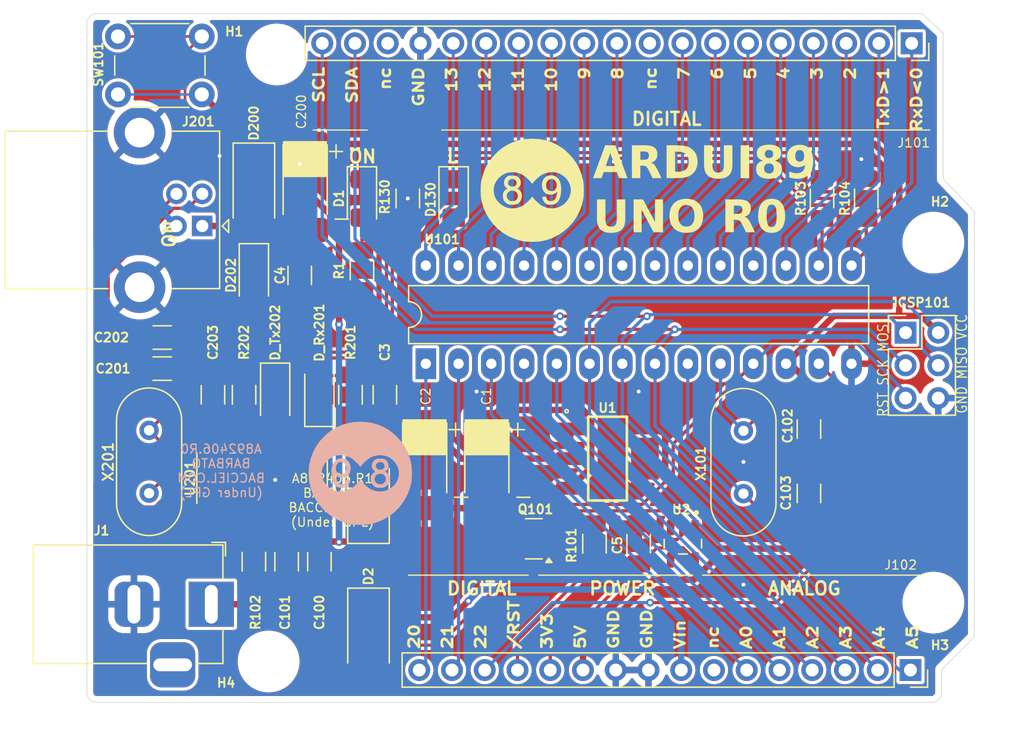
<source format=kicad_pcb>
(kicad_pcb (version 20240108) (generator "pcbnew") (generator_version "8.0")
  (title_block (title "Ardui89 Uno") (date "2024-05-21") (rev "1") (company "C. BARBATO") (comment 1 "A892406"))
  (layers (0 "F.Cu" signal) (31 "B.Cu" signal) (34 "B.Paste" user) (35 "F.Paste" user) (36 "B.SilkS" user "B.Silkscreen") (37 "F.SilkS" user "F.Silkscreen") (38 "B.Mask" user) (39 "F.Mask" user) (44 "Edge.Cuts" user))
  (net 0 "")
  (net 1 "VCC")
  (net 2 "GND")
  (net 3 "/RESET")
  (net 4 "/DTR")
  (net 5 "Net-(U201-XI)")
  (net 6 "Net-(U201-V3)")
  (net 7 "Net-(U201-XO)")
  (net 8 "/D9")
  (net 9 "/D13")
  (net 10 "/D12")
  (net 11 "/D8")
  (net 12 "/D10")
  (net 13 "/D11")
  (net 14 "/D7")
  (net 15 "/D1")
  (net 16 "/D0")
  (net 17 "/D5")
  (net 18 "/D4")
  (net 19 "/D6")
  (net 20 "/D2")
  (net 21 "/D3")
  (net 22 "/A2")
  (net 23 "/A3")
  (net 24 "/A1")
  (net 25 "/A0")
  (net 26 "/D+")
  (net 27 "/D-")
  (net 28 "/Tx")
  (net 29 "/Rx")
  (net 36 "/D21")
  (net 37 "/D20")
  (net 38 "/D22")
  (net 39 "/3.3V")
  (net 40 "Net-(D3-A)")
  (net 41 "Net-(U101-(XT1{slash}TxD3{slash}ADC7)_P1.7)")
  (net 42 "Net-(U101-(XT2{slash}RxD3{slash}ADC6)_P1.6)")
  (net 43 "/A4_SDA")
  (net 44 "/A5_SCL")
  (net 45 "Net-(D1-A)")
  (net 46 "Net-(D200-A)")
  (net 48 "/Vin")
  (net 49 "Net-(D2-A)")
  (net 50 "Net-(D130-K)")
  (net 51 "/{slash}RST")
  (net 52 "Net-(Q101-B)")
  (net 55 "Net-(D202-A)")
  (net 57 "Net-(D_Rx201-A)")
  (net 58 "Net-(D_Tx202-K)")
  (footprint "Crystal:Crystal_HC49-4H_Vertical" (layer "F.Cu") (at 128.28 109.691 -90)
    (property "Reference" "X201")
    (property "Value" "12MHz")
  )
  (footprint "BACKCIEL:Ardu89_Uno_Analog_Power_Connector" (layer "F.Cu") (at 187.335 128.397 -90)
    (property "Reference" "J102")
    (property "Value" "Conn_01x16" (hide yes))
  )
  (footprint "Resistor_SMD:R_1206_3216Metric_Pad1.30x1.75mm_HandSolder" (layer "F.Cu") (at 162.824 118.491 -90)
    (property "Reference" "R101")
    (property "Value" "1k")
  )
  (footprint "Resistor_SMD:R_1206_3216Metric_Pad1.30x1.75mm_HandSolder" (layer "F.Cu") (at 183.906 91.694 90)
    (property "Reference" "R104")
    (property "Value" "1K")
  )
  (footprint "Package_TO_SOT_SMD:SOT-23" (layer "F.Cu") (at 158.125 118.11 180)
    (property "Reference" "Q101")
    (property "Value" "BC856")
  )
  (footprint "Button_Switch_THT:SW_PUSH_6mm" (layer "F.Cu") (at 125.867 79.121)
    (property "Reference" "SW101")
    (property "Value" "SW_Push")
  )
  (footprint "MountingHole:MountingHole_4.3mm_M4_DIN965" (layer "F.Cu") (at 189.113 95.123)
    (property "Reference" "H2")
    (property "Value" "MountingHole")
  )
  (footprint "Crystal:Crystal_HC49-4H_Vertical" (layer "F.Cu") (at 174.381 109.728 -90)
    (property "Reference" "X101")
    (property "Value" "11.0592MHz")
  )
  (footprint "Diode_SMD:D_MELF" (layer "F.Cu") (at 136.408 90.805 -90)
    (property "Reference" "D200")
    (property "Value" "SN4007")
  )
  (footprint "PRJ:SOT95P280X145-5N" (layer "F.Cu") (at 169.682 118.491 -90)
    (property "Reference" "U2")
    (property "Value" "LP2985-33DBVR")
  )
  (footprint "MountingHole:MountingHole_4.3mm_M4_DIN965" (layer "F.Cu") (at 189.113 123.063)
    (property "Reference" "H3")
    (property "Value" "MountingHole")
  )
  (footprint "Package_SO:SOIC-16_3.9x9.9mm_P1.27mm" (layer "F.Cu") (at 137.043 113.411 -90)
    (property "Reference" "U201")
    (property "Value" "CH340G")
  )
  (footprint "BACKCIEL:Ardu89_Uno_Digital_Connector" (layer "F.Cu") (at 187.325 79.629 -90)
    (property "Reference" "J101")
    (property "Value" "Conn_01x19")
  )
  (footprint "Capacitor_SMD:C_1206_3216Metric_Pad1.33x1.80mm_HandSolder" (layer "F.Cu") (at 138.948 119.888 90)
    (property "Reference" "C101")
    (property "Value" "100n")
  )
  (footprint "Resistor_SMD:R_1206_3216Metric_Pad1.30x1.75mm_HandSolder" (layer "F.Cu") (at 144.79 97.282 90)
    (property "Reference" "R1")
    (property "Value" "1K")
  )
  (footprint "Resistor_SMD:R_1206_3216Metric_Pad1.30x1.75mm_HandSolder" (layer "F.Cu") (at 135.646 106.934 -90)
    (property "Reference" "R202")
    (property "Value" "1k")
  )
  (footprint "Diode_SMD:D_1206_3216Metric_Pad1.42x1.75mm_HandSolder" (layer "F.Cu") (at 136.408 97.663 -90)
    (property "Reference" "D202")
    (property "Value" "1N4148W")
  )
  (footprint "Diode_SMD:D_MELF" (layer "F.Cu") (at 145.298 115.062 90)
    (property "Reference" "D3")
    (property "Value" "SN4007")
  )
  (footprint "Package_DIP:DIP-28_W7.62mm_LongPads" (layer "F.Cu") (at 149.743 104.521 90)
    (property "Reference" "U101")
    (property "Value" "STC15F2K16/32-DIP28")
  )
  (footprint "Capacitor_SMD:C_1206_3216Metric_Pad1.33x1.80mm_HandSolder" (layer "F.Cu") (at 141.488 119.888 -90)
    (property "Reference" "C100")
    (property "Value" "100n")
  )
  (footprint "Capacitor_SMD:C_1206_3216Metric_Pad1.33x1.80mm_HandSolder" (layer "F.Cu") (at 129.296 102.489 180)
    (property "Reference" "C202")
    (property "Value" "27p")
  )
  (footprint "BACKCIEL:C_2512_Pol_Tantale_Trainning" (layer "F.Cu") (at 154.315 112.396875 -90)
    (property "Reference" "C1")
    (property "Value" "10uF")
  )
  (footprint "Diode_SMD:D_1206_3216Metric_Pad1.42x1.75mm_HandSolder" (layer "F.Cu") (at 144.79 91.694 -90)
    (property "Reference" "D1")
    (property "Value" "LED")
  )
  (footprint "Connector_PinHeader_2.54mm:PinHeader_2x03_P2.54mm_Vertical" (layer "F.Cu") (at 186.954 102.108)
    (property "Reference" "ICSP101")
    (property "Value" "M20-9980346")
  )
  (footprint "Resistor_SMD:R_1206_3216Metric_Pad1.30x1.75mm_HandSolder" (layer "F.Cu") (at 136.408 119.888 90)
    (property "Reference" "R102")
    (property "Value" "10K")
  )
  (footprint "Diode_SMD:D_1206_3216Metric_Pad1.42x1.75mm_HandSolder" (layer "F.Cu") (at 151.902 91.694 -90)
    (property "Reference" "D130")
    (property "Value" "LED BUILTIN")
  )
  (footprint "Diode_SMD:D_1206_3216Metric_Pad1.42x1.75mm_HandSolder" (layer "F.Cu") (at 141.488 106.934 90)
    (property "Reference" "D_Rx201")
    (property "Value" "Rx LED")
  )
  (footprint "Resistor_SMD:R_1206_3216Metric_Pad1.30x1.75mm_HandSolder" (layer "F.Cu") (at 180.477 91.694 90)
    (property "Reference" "R103")
    (property "Value" "1K")
  )
  (footprint "Diode_SMD:D_1206_3216Metric_Pad1.42x1.75mm_HandSolder" (layer "F.Cu") (at 138.059 106.934 -90)
    (property "Reference" "D_Tx202")
    (property "Value" "Tx LED")
  )
  (footprint "Diode_SMD:D_MELF" (layer "F.Cu") (at 145.298 125.349 -90)
    (property "Reference" "D2")
    (property "Value" "SN4007")
  )
  (footprint "Capacitor_SMD:C_1206_3216Metric_Pad1.33x1.80mm_HandSolder" (layer "F.Cu") (at 179.461 109.601 -90)
    (property "Reference" "C102")
    (property "Value" "22p")
  )
  (footprint "Capacitor_SMD:C_1206_3216Metric_Pad1.33x1.80mm_HandSolder" (layer "F.Cu") (at 133.233 106.934 90)
    (property "Reference" "C203")
    (property "Value" "100n")
  )
  (footprint "PRJ:ardu89_logo_8mmx8mm" (layer "F.Cu") (at 157.998 91.059)
    (property "Reference" "G***" (hide yes))
    (property "Value" "LOGO" (hide yes))
  )
  (footprint "BACKCIEL:C_2512_Pol_Tantale_Trainning" (layer "F.Cu") (at 149.489 112.395 -90)
    (property "Reference" "C2")
    (property "Value" "47uF")
  )
  (footprint "Capacitor_SMD:C_1206_3216Metric_Pad1.33x1.80mm_HandSolder" (layer "F.Cu") (at 129.296 104.902 180)
    (property "Reference" "C201")
    (property "Value" "27p")
  )
  (footprint "Resistor_SMD:R_1206_3216Metric_Pad1.30x1.75mm_HandSolder" (layer "F.Cu") (at 148.346 91.694 -90)
    (property "Reference" "R130")
    (property "Value" "1k")
  )
  (footprint "LD1117S50TR:SOT230P700X180-4N" (layer "F.Cu") (at 163.84 111.887)
    (property "Reference" "U1")
    (property "Value" "LD1117S50TR")
  )
  (footprint "Capacitor_SMD:C_1206_3216Metric_Pad1.33x1.80mm_HandSolder" (layer "F.Cu") (at 179.461 114.591 90)
    (property "Reference" "C103")
    (property "Value" "22p")
  )
  (footprint "BACKCIEL:C_2512_Pol_Tantale_Trainning" (layer "F.Cu") (at 140.218 90.805 -90)
    (property "Reference" "C200")
    (property "Value" "1µ")
  )
  (footprint "Resistor_SMD:R_1206_3216Metric_Pad1.30x1.75mm_HandSolder" (layer "F.Cu") (at 143.901 106.934 90)
    (property "Reference" "R201")
    (property "Value" "1k")
  )
  (footprint "Capacitor_SMD:C_1206_3216Metric_Pad1.33x1.80mm_HandSolder" (layer "F.Cu") (at 166.253 118.491 90)
    (property "Reference" "C5")
    (property "Value" "100n")
  )
  (footprint "MountingHole:MountingHole_4.3mm_M4_DIN965" (layer "F.Cu") (at 138.186 80.518)
    (property "Reference" "H1")
    (property "Value" "Mounting Hole 4.3mm")
  )
  (footprint "Connector_USB:USB_B_Lumberg_2411_02_Horizontal" (layer "F.Cu") (at 132.4005 93.833 180)
    (property "Reference" "J201")
    (property "Value" "USB_TYPE_B")
  )
  (footprint "Capacitor_SMD:C_1206_3216Metric_Pad1.33x1.80mm_HandSolder" (layer "F.Cu") (at 146.568 106.934 90)
    (property "Reference" "C3")
    (property "Value" "100n")
  )
  (footprint "MountingHole:MountingHole_4.3mm_M4_DIN965" (layer "F.Cu") (at 137.551 127.635)
    (property "Reference" "H4")
    (property "Value" "MountingHole")
  )
  (footprint "Connector_BarrelJack:BarrelJack_Horizontal" (layer "F.Cu") (at 133.106 123.19)
    (property "Reference" "J1")
    (property "Value" "Jack-DC")
  )
  (footprint "Capacitor_SMD:C_1206_3216Metric_Pad1.33x1.80mm_HandSolder" (layer "F.Cu") (at 139.964 97.663 90)
    (property "Reference" "C4")
    (property "Value" "100n")
  )
  (footprint "PRJ:ardu89_logo_8mmx8mm" (layer "B.Cu") (at 144.663 113.03 180)
    (property "Reference" "G***" (hide yes))
    (property "Value" "LOGO" (hide yes))
  )
  (gr_line (start 189.748 128.27) (end 189.748 130.048) (stroke (width 0.05)) (layer "Edge.Cuts"))
  (gr_arc (start 189.748 130.048) (mid 189.511464 130.58823) (end 188.96512 130.810278) (stroke (width 0.05)) (layer "Edge.Cuts"))
  (gr_line (start 123.454 130.048) (end 123.454 78.105) (stroke (width 0.05)) (layer "Edge.Cuts"))
  (gr_arc (start 124.216 130.81) (mid 123.677185 130.586815) (end 123.454 130.048) (stroke (width 0.05)) (layer "Edge.Cuts"))
  (gr_line (start 188.224 77.343) (end 189.875 78.867) (stroke (width 0.05)) (layer "Edge.Cuts"))
  (gr_line (start 189.875 90.17) (end 192.288 92.71) (stroke (width 0.05)) (layer "Edge.Cuts"))
  (gr_line (start 192.288 125.73) (end 189.748 128.27) (stroke (width 0.05)) (layer "Edge.Cuts"))
  (gr_line (start 124.216 77.343) (end 188.224 77.343) (stroke (width 0.05)) (layer "Edge.Cuts"))
  (gr_line (start 189.875 78.867) (end 189.875 90.17) (stroke (width 0.05)) (layer "Edge.Cuts"))
  (gr_line (start 188.96512 130.810278) (end 124.216 130.81) (stroke (width 0.05)) (layer "Edge.Cuts"))
  (gr_line (start 192.288 92.71) (end 192.288 125.73) (stroke (width 0.05)) (layer "Edge.Cuts"))
  (gr_arc (start 123.454 78.104999) (mid 123.677185 77.566184) (end 124.216 77.342999) (stroke (width 0.05)) (layer "Edge.Cuts"))
  (gr_text "A892406.R0\nBARBATO\nBACCIEL.COM\n(Under GPL)" (at 133.868 114.935 0) (layer "B.SilkS") (effects (font (size 0.7 0.7) (thickness 0.1)) (justify bottom mirror)))
  (gr_text "A892406.R1\nBARBATO\nBACCIEL.COM\n(Under GPL)" (at 142.504 117.221 0) (layer "F.SilkS") (effects (font (size 0.7 0.7) (thickness 0.1)) (justify bottom)))
  (gr_text "L" (at 151.267 89.027 0) (layer "F.SilkS") (effects (font (size 1 1) (thickness 0.2) (bold yes)) (justify left bottom)))
  (gr_text "ARDUI89\nUNO R0" (at 162.697 94.742 0) (layer "F.SilkS") (effects (font (size 2.5 2.5) (thickness 0.3) (bold yes)) (justify left bottom)))
  (gr_text "ON" (at 130.439 95.631 90) (layer "F.SilkS") (effects (font (size 1 1) (thickness 0.2) (bold yes)) (justify left bottom)))
  (gr_text "ON" (at 143.647 89.027 0) (layer "F.SilkS") (effects (font (size 1 1) (thickness 0.2) (bold yes)) (justify left bottom)))
  (segment (start 143.012 98.806) (end 143.012 99.314) (width 0.5) (layer "F.Cu") (net 1))
  (segment (start 168.732 116.766) (end 168.732 117.0925) (width 0.5) (layer "F.Cu") (net 1))
  (segment (start 136.408 88.405) (end 137.777096 88.405) (width 0.5) (layer "F.Cu") (net 1))
  (segment (start 139.964 99.2255) (end 142.9235 99.2255) (width 0.5) (layer "F.Cu") (net 1))
  (segment (start 142.289 87.46375) (end 184.541 87.46375) (width 0.5) (layer "F.Cu") (net 1))
  (segment (start 168.732 116.007) (end 168.666 115.941) (width 0.25) (layer "F.Cu") (net 1))
  (segment (start 143.012 93.639904) (end 143.012 98.806) (width 0.5) (layer "F.Cu") (net 1))
  (segment (start 188.194 100.808) (end 186.446 100.808) (width 0.5) (layer "F.Cu") (net 1))
  (segment (start 137.538 88.405) (end 136.408 88.405) (width 0.5) (layer "F.Cu") (net 1))
  (segment (start 141.488 115.886) (end 141.488 118.3255) (width 0.5) (layer "F.Cu") (net 1))
  (segment (start 136.408 88.405) (end 136.408 87.662) (width 0.5) (layer "F.Cu") (net 1))
  (segment (start 143.012 118.364) (end 143.012 109.373) (width 0.5) (layer "F.Cu") (net 1))
  (segment (start 143.012 99.314) (end 143.012 101.473) (width 0.5) (layer "F.Cu") (net 1))
  (segment (start 178.002878 104.521) (end 181.239 107.757122) (width 0.5) (layer "F.Cu") (net 1))
  (segment (start 181.239 107.757122) (end 181.239 116.84) (width 0.5) (layer "F.Cu") (net 1))
  (segment (start 181.396 100.808) (end 177.683 104.521) (width 0.5) (layer "F.Cu") (net 1))
  (segment (start 189.494 102.108) (end 188.194 100.808) (width 0.5) (layer "F.Cu") (net 1))
  (segment (start 170.54708 121.285) (end 172.268 119.56408) (width 0.5) (layer "F.Cu") (net 1))
  (segment (start 170.632 116.631001) (end 170.632 117.236) (width 0.25) (layer "F.Cu") (net 1))
  (segment (start 169.941999 115.941) (end 170.632 116.631001) (width 0.25) (layer "F.Cu") (net 1))
  (segment (start 177.683 104.521) (end 178.002878 104.521) (width 0.5) (layer "F.Cu") (net 1))
  (segment (start 143.038 98.832) (end 143.012 98.806) (width 0.5) (layer "F.Cu") (net 1))
  (segment (start 172.268 119.56408) (end 172.268 118.872) (width 0.5) (layer "F.Cu") (net 1))
  (segment (start 159.0625 117.16) (end 160.2815 115.941) (width 0.25) (layer "F.Cu") (net 1))
  (segment (start 181.239 116.84) (end 179.207 118.872) (width 0.5) (layer "F.Cu") (net 1))
  (segment (start 136.408 87.662) (end 132.367 83.621) (width 0.5) (layer "F.Cu") (net 1))
  (segment (start 172.268 118.872) (end 170.632 117.236) (width 0.5) (layer "F.Cu") (net 1))
  (segment (start 179.207 118.872) (end 172.268 118.872) (width 0.5) (layer "F.Cu") (net 1))
  (segment (start 186.463 100.791) (end 186.446 100.808) (width 0.5) (layer "F.Cu") (net 1))
  (segment (start 138.47925 87.46375) (end 137.538 88.405) (width 0.5) (layer "F.Cu") (net 1))
  (segment (start 140.384 87.46375) (end 138.47925 87.46375) (width 0.5) (layer "F.Cu") (net 1))
  (segment (start 168.666 115.941) (end 169.941999 115.941) (width 0.25) (layer "F.Cu") (net 1))
  (segment (start 186.446 100.808) (end 181.396 100.808) (width 0.5) (layer "F.Cu") (net 1))
  (segment (start 161.935 126.746) (end 167.396 121.285) (width 0.5) (layer "F.Cu") (net 1))
  (segment (start 141.488 118.3255) (end 144.4345 118.3255) (width 0.5) (layer "F.Cu") (net 1))
  (segment (start 186.463 89.38575) (end 186.463 100.791) (width 0.5) (layer "F.Cu") (net 1))
  (segment (start 167.396 121.285) (end 170.54708 121.285) (width 0.5) (layer "F.Cu") (net 1))
  (segment (start 142.9235 99.2255) (end 143.012 99.314) (width 0.5) (layer "F.Cu") (net 1))
  (segment (start 137.777096 88.405) (end 143.012 93.639904) (width 0.5) (layer "F.Cu") (net 1))
  (segment (start 143.012 109.373) (end 143.901 108.484) (width 0.5) (layer "F.Cu") (net 1))
  (segment (start 168.732 117.236) (end 168.732 116.007) (width 0.25) (layer "F.Cu") (net 1))
  (segment (start 161.935 128.397) (end 161.935 126.746) (width 0.5) (layer "F.Cu") (net 1))
  (segment (start 184.541 87.46375) (end 186.463 89.38575) (width 0.5) (layer "F.Cu") (net 1))
  (segment (start 144.4345 118.3255) (end 145.298 117.462) (width 0.5) (layer "F.Cu") (net 1))
  (segment (start 160.2815 115.941) (end 168.666 115.941) (width 0.25) (layer "F.Cu") (net 1))
  (segment (start 144.79 98.832) (end 143.038 98.832) (width 0.5) (layer "F.Cu") (net 1))
  (via (at 143.012 118.364) (size 0.6) (drill 0.3) (layers "F.Cu" "B.Cu") (net 1))
  (via (at 143.012 101.473) (size 0.6) (drill 0.3) (layers "F.Cu" "B.Cu") (net 1))
  (segment (start 143.012 101.473) (end 143.012 118.364) (width 0.5) (layer "B.Cu") (net 1))
  (segment (start 125.867 83.621) (end 132.367 83.621) (width 0.2) (layer "B.Cu") (net 1))
  (segment (start 167.4905 118.166) (end 169.245 118.166) (width 0.25) (layer "F.Cu") (net 2))
  (segment (start 169.245 118.166) (end 169.682 117.729) (width 0.25) (layer "F.Cu") (net 2))
  (segment (start 169.682 117.729) (end 169.682 117.236) (width 0.25) (layer "F.Cu") (net 2))
  (segment (start 166.253 116.9285) (end 167.4905 118.166) (width 0.25) (layer "F.Cu") (net 2))
  (via (at 148.346 91.694) (size 0.6) (drill 0.3) (layers "F.Cu" "B.Cu") (net 2))
  (via (at 174.381 121.666) (size 0.6) (drill 0.3) (layers "F.Cu" "B.Cu") (net 2))
  (via (at 166.253 106.68) (size 0.6) (drill 0.3) (layers "F.Cu" "B.Cu") (net 2))
  (via (at 174.381 112.141) (size 0.6) (drill 0.3) (layers "F.Cu" "B.Cu") (net 2))
  (via (at 139.964 89.027) (size 0.6) (drill 0.3) (layers "F.Cu" "B.Cu") (net 2))
  (via (at 183.525 88.646) (size 0.6) (drill 0.3) (layers "F.Cu" "B.Cu") (net 2))
  (via (at 138.059 113.538) (size 0.6) (drill 0.3) (layers "F.Cu" "B.Cu") (net 2))
  (via (at 153.68 106.68) (size 0.6) (drill 0.3) (layers "F.Cu" "B.Cu") (net 2))
  (via (at 133.741 88.392) (size 0.6) (drill 0.3) (layers "F.Cu" "B.Cu") (net 2))
  (segment (start 157.1875 118.11) (end 157.1875 117.621592) (width 0.25) (layer "F.Cu") (net 3))
  (segment (start 166.534 115.443) (end 168.9335 113.0435) (width 0.25) (layer "F.Cu") (net 3))
  (segment (start 124.23 95.947865) (end 124.23 113.392437) (width 0.2) (layer "F.Cu") (net 3))
  (segment (start 124.23 113.392437) (end 127.343781 116.506219) (width 0.2) (layer "F.Cu") (net 3))
  (segment (start 129.175562 118.338) (end 136.408 118.338) (width 0.2) (layer "F.Cu") (net 3))
  (segment (start 157.1875 119.9365) (end 150.759 126.365) (width 0.25) (layer "F.Cu") (net 3))
  (segment (start 138.948 121.4505) (end 138.948 121.793) (width 0.2) (layer "F.Cu") (net 3))
  (segment (start 131.067 89.110865) (end 124.23 95.947865) (width 0.2) (layer "F.Cu") (net 3))
  (segment (start 143.647 126.365) (end 144.028 126.365) (width 0.2) (layer "F.Cu") (net 3))
  (segment (start 168.9335 113.0435) (end 168.9335 110.7305) (width 0.25) (layer "F.Cu") (net 3))
  (segment (start 132.367 79.121) (end 131.067 80.421) (width 0.2) (layer "F.Cu") (net 3))
  (segment (start 125.867 79.121) (end 132.367 79.121) (width 0.2) (layer "F.Cu") (net 3))
  (segment (start 136.408 118.338) (end 136.408 118.9105) (width 0.2) (layer "F.Cu") (net 3))
  (segment (start 159.366092 115.443) (end 166.534 115.443) (width 0.25) (layer "F.Cu") (net 3))
  (segment (start 150.759 126.365) (end 144.028 126.365) (width 0.25) (layer "F.Cu") (net 3))
  (segment (start 131.067 80.421) (end 131.067 89.110865) (width 0.2) (layer "F.Cu") (net 3))
  (segment (start 157.1875 118.11) (end 157.1875 119.9365) (width 0.25) (layer "F.Cu") (net 3))
  (segment (start 168.9335 110.7305) (end 175.143 104.521) (width 0.25) (layer "F.Cu") (net 3))
  (segment (start 127.343781 116.506219) (end 129.175562 118.338) (width 0.2) (layer "F.Cu") (net 3))
  (segment (start 136.408 118.9105) (end 138.948 121.4505) (width 0.2) (layer "F.Cu") (net 3))
  (segment (start 157.1875 117.621592) (end 159.366092 115.443) (width 0.25) (layer "F.Cu") (net 3))
  (segment (start 138.948 121.4505) (end 138.948 121.666) (width 0.2) (layer "F.Cu") (net 3))
  (segment (start 138.948 121.666) (end 143.647 126.365) (width 0.2) (layer "F.Cu") (net 3))
  (segment (start 176.668 102.996) (end 183.22899 102.996) (width 0.25) (layer "B.Cu") (net 3))
  (segment (start 175.143 104.521) (end 176.668 102.996) (width 0.25) (layer "B.Cu") (net 3))
  (segment (start 183.22899 102.996) (end 186.954 106.72101) (width 0.25) (layer "B.Cu") (net 3))
  (segment (start 137.678 115.886) (end 137.678 117.0555) (width 0.25) (layer "F.Cu") (net 4))
  (segment (start 137.678 117.0555) (end 138.948 118.3255) (width 0.25) (layer "F.Cu") (net 4))
  (segment (start 133.390999 109.484) (end 133.868 109.961001) (width 0.25) (layer "F.Cu") (net 5))
  (segment (start 133.868 109.961001) (end 133.868 110.936) (width 0.25) (layer "F.Cu") (net 5))
  (segment (start 130.8585 108.1155) (end 130.8585 104.902) (width 0.25) (layer "F.Cu") (net 5))
  (segment (start 132.3379 109.484) (end 133.390999 109.484) (width 0.25) (layer "F.Cu") (net 5))
  (segment (start 133.3085 112.4705) (end 130.3805 112.4705) (width 0.25) (layer "F.Cu") (net 5))
  (segment (start 130.3805 112.4705) (end 128.28 114.571) (width 0.25) (layer "F.Cu") (net 5))
  (segment (start 133.868 111.910999) (end 133.3085 112.4705) (width 0.25) (layer "F.Cu") (net 5))
  (segment (start 130.9694 108.1155) (end 132.3379 109.484) (width 0.25) (layer "F.Cu") (net 5))
  (segment (start 130.8585 108.1155) (end 130.9694 108.1155) (width 0.25) (layer "F.Cu") (net 5))
  (segment (start 133.868 110.936) (end 133.868 111.910999) (width 0.25) (layer "F.Cu") (net 5))
  (segment (start 134.3725 109.636) (end 133.233 108.4965) (width 0.25) (layer "F.Cu") (net 6))
  (segment (start 137.678 110.936) (end 137.678 109.961001) (width 0.25) (layer "F.Cu") (net 6))
  (segment (start 137.352999 109.636) (end 134.3725 109.636) (width 0.25) (layer "F.Cu") (net 6))
  (segment (start 137.678 109.961001) (end 137.352999 109.636) (width 0.25) (layer "F.Cu") (net 6))
  (segment (start 128.28 109.691) (end 129.525 110.936) (width 0.25) (layer "F.Cu") (net 7))
  (segment (start 129.871 108.1) (end 128.28 109.691) (width 0.25) (layer "F.Cu") (net 7))
  (segment (start 130.8585 102.489) (end 129.871 103.4765) (width 0.25) (layer "F.Cu") (net 7))
  (segment (start 129.871 103.4765) (end 129.871 108.1) (width 0.25) (layer "F.Cu") (net 7))
  (segment (start 129.525 110.936) (end 132.598 110.936) (width 0.25) (layer "F.Cu") (net 7))
  (segment (start 159.903 94.869) (end 162.03 92.742) (width 0.25) (layer "B.Cu") (net 8))
  (segment (start 162.03 92.742) (end 162.03 79.651) (width 0.25) (layer "B.Cu") (net 8))
  (segment (start 159.903 96.901) (end 159.903 94.869) (width 0.25) (layer "B.Cu") (net 8))
  (segment (start 149.559 96.717) (end 149.743 96.901) (width 0.25) (layer "F.Cu") (net 9))
  (segment (start 149.743 96.901) (end 149.743 95.3405) (width 0.25) (layer "F.Cu") (net 9))
  (segment (start 149.743 95.3405) (end 151.902 93.1815) (width 0.25) (layer "F.Cu") (net 9))
  (segment (start 151.87 79.651) (end 151.87 92.107) (width 0.25) (layer "B.Cu") (net 9))
  (segment (start 149.743 94.234) (end 149.743 96.901) (width 0.25) (layer "B.Cu") (net 9))
  (segment (start 151.87 92.107) (end 149.743 94.234) (width 0.25) (layer "B.Cu") (net 9))
  (segment (start 152.283 94.361) (end 152.283 96.901) (width 0.25) (layer "B.Cu") (net 10))
  (segment (start 154.41 79.651) (end 154.41 92.234) (width 0.25) (layer "B.Cu") (net 10))
  (segment (start 154.41 92.234) (end 152.283 94.361) (width 0.25) (layer "B.Cu") (net 10))
  (segment (start 162.443 96.901) (end 162.443 94.869) (width 0.25) (layer "B.Cu") (net 11))
  (segment (start 162.443 94.869) (end 164.57 92.742) (width 0.25) (layer "B.Cu") (net 11))
  (segment (start 164.57 92.742) (end 164.57 79.651) (width 0.25) (layer "B.Cu") (net 11))
  (segment (start 157.363 94.615) (end 159.49 92.488) (width 0.25) (layer "B.Cu") (net 12))
  (segment (start 159.49 92.488) (end 159.49 79.651) (width 0.25) (layer "B.Cu") (net 12))
  (segment (start 157.363 96.901) (end 157.363 94.615) (width 0.25) (layer "B.Cu") (net 12))
  (segment (start 156.95 79.651) (end 156.95 92.361) (width 0.25) (layer "B.Cu") (net 13))
  (segment (start 154.823 94.488) (end 154.823 96.901) (width 0.25) (layer "B.Cu") (net 13))
  (segment (start 156.95 92.361) (end 154.823 94.488) (width 0.25) (layer "B.Cu") (net 13))
  (segment (start 164.983 96.901) (end 164.983 94.742) (width 0.25) (layer "B.Cu") (net 14))
  (segment (start 169.65 90.075) (end 169.65 79.651) (width 0.25) (layer "B.Cu") (net 14))
  (segment (start 164.983 94.742) (end 169.65 90.075) (width 0.25) (layer "B.Cu") (net 14))
  (segment (start 180.477 93.244) (end 180.477 96.647) (width 0.25) (layer "F.Cu") (net 15))
  (segment (start 180.477 96.647) (end 180.223 96.901) (width 0.25) (layer "F.Cu") (net 15))
  (segment (start 184.89 90.329) (end 180.223 94.996) (width 0.25) (layer "B.Cu") (net 15))
  (segment (start 184.89 79.651) (end 184.89 90.329) (width 0.25) (layer "B.Cu") (net 15))
  (segment (start 180.223 94.996) (end 180.223 96.901) (width 0.25) (layer "B.Cu") (net 15))
  (segment (start 183.906 93.244) (end 183.906 95.758) (width 0.25) (layer "F.Cu") (net 16))
  (segment (start 183.906 95.758) (end 182.763 96.901) (width 0.25) (layer "F.Cu") (net 16))
  (segment (start 182.763 96.901) (end 182.763 95.123) (width 0.25) (layer "B.Cu") (net 16))
  (segment (start 187.43 90.456) (end 187.43 79.651) (width 0.25) (layer "B.Cu") (net 16))
  (segment (start 182.763 95.123) (end 187.43 90.456) (width 0.25) (layer "B.Cu") (net 16))
  (segment (start 174.73 90.075) (end 174.73 79.651) (width 0.25) (layer "B.Cu") (net 17))
  (segment (start 170.063 96.901) (end 170.063 94.742) (width 0.25) (layer "B.Cu") (net 17))
  (segment (start 170.063 94.742) (end 174.73 90.075) (width 0.25) (layer "B.Cu") (net 17))
  (segment (start 177.27 89.948) (end 172.603 94.615) (width 0.25) (layer "B.Cu") (net 18))
  (segment (start 177.27 79.651) (end 177.27 89.948) (width 0.25) (layer "B.Cu") (net 18))
  (segment (start 172.603 94.615) (end 172.603 96.901) (width 0.25) (layer "B.Cu") (net 18))
  (segment (start 172.19 90.202) (end 167.523 94.869) (width 0.25) (layer "B.Cu") (net 19))
  (segment (start 172.19 79.651) (end 172.19 90.202) (width 0.25) (layer "B.Cu") (net 19))
  (segment (start 167.523 94.869) (end 167.523 96.901) (width 0.25) (layer "B.Cu") (net 19))
  (segment (start 177.683 96.901) (end 177.683 94.742) (width 0.25) (layer "B.Cu") (net 20))
  (segment (start 177.683 94.742) (end 182.35 90.075) (width 0.25) (layer "B.Cu") (net 20))
  (segment (start 182.35 90.075) (end 182.35 79.651) (width 0.25) (layer "B.Cu") (net 20))
  (segment (start 175.143 94.615) (end 175.143 96.901) (width 0.25) (layer "B.Cu") (net 21))
  (segment (start 179.81 79.651) (end 179.81 89.948) (width 0.25) (layer "B.Cu") (net 21))
  (segment (start 179.81 89.948) (end 175.143 94.615) (width 0.25) (layer "B.Cu") (net 21))
  (segment (start 159.903 108.486) (end 179.715 128.298) (width 0.25) (layer "B.Cu") (net 22))
  (segment (start 159.903 104.521) (end 159.903 108.486) (width 0.25) (layer "B.Cu") (net 22))
  (segment (start 164.094 99.695) (end 186.891 99.695) (width 0.25) (layer "B.Cu") (net 23))
  (segment (start 188.129 100.933) (end 188.129 103.283) (width 0.25) (layer "B.Cu") (net 23))
  (segment (start 162.443 104.521) (end 162.443 108.486) (width 0.25) (layer "B.Cu") (net 23))
  (segment (start 162.443 108.486) (end 182.255 128.298) (width 0.25) (layer "B.Cu") (net 23))
  (segment (start 162.443 104.521) (end 162.443 101.346) (width 0.25) (layer "B.Cu") (net 23))
  (segment (start 162.443 101.346) (end 164.094 99.695) (width 0.25) (layer "B.Cu") (net 23))
  (segment (start 188.129 103.283) (end 189.494 104.648) (width 0.25) (layer "B.Cu") (net 23))
  (segment (start 186.891 99.695) (end 188.129 100.933) (width 0.25) (layer "B.Cu") (net 23))
  (segment (start 157.363 104.521) (end 157.363 108.486) (width 0.25) (layer "B.Cu") (net 24))
  (segment (start 157.363 108.486) (end 177.175 128.298) (width 0.25) (layer "B.Cu") (net 24))
  (segment (start 154.823 108.486) (end 174.635 128.298) (width 0.25) (layer "B.Cu") (net 25))
  (segment (start 154.823 104.521) (end 154.823 108.486) (width 0.25) (layer "B.Cu") (net 25))
  (segment (start 127.534604 116.096) (end 129.2375 116.096) (width 0.25) (layer "F.Cu") (net 26))
  (segment (start 134.948499 113.3705) (end 136.408 111.910999) (width 0.25) (layer "F.Cu") (net 26))
  (segment (start 131.963 113.3705) (end 134.948499 113.3705) (width 0.25) (layer "F.Cu") (net 26))
  (segment (start 130.4005 91.333) (end 124.655 97.0785) (width 0.25) (layer "F.Cu") (net 26))
  (segment (start 136.408 111.910999) (end 136.408 110.936) (width 0.25) (layer "F.Cu") (net 26))
  (segment (start 124.655 97.0785) (end 124.655 113.216396) (width 0.25) (layer "F.Cu") (net 26))
  (segment (start 129.2375 116.096) (end 131.963 113.3705) (width 0.25) (layer "F.Cu") (net 26))
  (segment (start 124.655 113.216396) (end 127.534604 116.096) (width 0.25) (layer "F.Cu") (net 26))
  (segment (start 134.128499 112.9205) (end 131.45078 112.9205) (width 0.25) (layer "F.Cu") (net 27))
  (segment (start 131.45078 112.9205) (end 128.72528 115.646) (width 0.25) (layer "F.Cu") (net 27))
  (segment (start 131.2755 92.458) (end 132.4005 91.333) (width 0.25) (layer "F.Cu") (net 27))
  (segment (start 135.138 111.910999) (end 134.128499 112.9205) (width 0.25) (layer "F.Cu") (net 27))
  (segment (start 130.184509 92.458) (end 131.2755 92.458) (width 0.25) (layer "F.Cu") (net 27))
  (segment (start 135.138 110.936) (end 135.138 111.910999) (width 0.25) (layer "F.Cu") (net 27))
  (segment (start 128.72528 115.646) (end 127.721 115.646) (width 0.25) (layer "F.Cu") (net 27))
  (segment (start 125.105 113.03) (end 125.105 97.537509) (width 0.25) (layer "F.Cu") (net 27))
  (segment (start 127.721 115.646) (end 125.105 113.03) (width 0.25) (layer "F.Cu") (net 27))
  (segment (start 125.105 97.537509) (end 130.184509 92.458) (width 0.25) (layer "F.Cu") (net 27))
  (segment (start 140.476104 103.6265) (end 139.514 104.588604) (width 0.25) (layer "F.Cu") (net 28))
  (segment (start 138.948 109.3105) (end 138.059 108.4215) (width 0.25) (layer "F.Cu") (net 28))
  (segment (start 139.514 104.588604) (end 139.514 106.9665) (width 0.25) (layer "F.Cu") (net 28))
  (segment (start 179.588 88.138) (end 147.397604 88.138) (width 0.25) (layer "F.Cu") (net 28))
  (segment (start 146.695 102.108) (end 145.1765 103.6265) (width 0.25) (layer "F.Cu") (net 28))
  (segment (start 180.477 90.144) (end 180.477 89.027) (width 0.25) (layer "F.Cu") (net 28))
  (segment (start 138.948 110.936) (end 138.948 109.3105) (width 0.25) (layer "F.Cu") (net 28))
  (segment (start 146.695 88.840604) (end 146.695 102.108) (width 0.25) (layer "F.Cu") (net 28))
  (segment (start 147.397604 88.138) (end 146.695 88.840604) (width 0.25) (layer "F.Cu") (net 28))
  (segment (start 139.514 106.9665) (end 138.059 108.4215) (width 0.25) (layer "F.Cu") (net 28))
  (segment (start 145.1765 103.6265) (end 140.476104 103.6265) (width 0.25) (layer "F.Cu") (net 28))
  (segment (start 180.477 89.027) (end 179.588 88.138) (width 0.25) (layer "F.Cu") (net 28))
  (segment (start 139.964 104.775) (end 139.964 106.8975) (width 0.25) (layer "F.Cu") (net 29))
  (segment (start 147.146 89.026) (end 147.146 102.293396) (width 0.25) (layer "F.Cu") (net 29))
  (segment (start 175.847 88.588) (end 147.584 88.588) (width 0.25) (layer "F.Cu") (net 29))
  (segment (start 178.953 91.694) (end 175.847 88.588) (width 0.25) (layer "F.Cu") (net 29))
  (segment (start 140.218 110.936) (end 140.218 109.6915) (width 0.25) (layer "F.Cu") (net 29))
  (segment (start 145.362896 104.0765) (end 140.6625 104.0765) (width 0.25) (layer "F.Cu") (net 29))
  (segment (start 140.6625 104.0765) (end 139.964 104.775) (width 0.25) (layer "F.Cu") (net 29))
  (segment (start 140.218 109.6915) (end 141.488 108.4215) (width 0.25) (layer "F.Cu") (net 29))
  (segment (start 139.964 106.8975) (end 141.488 108.4215) (width 0.25) (layer "F.Cu") (net 29))
  (segment (start 147.584 88.588) (end 147.146 89.026) (width 0.25) (layer "F.Cu") (net 29))
  (segment (start 182.356 91.694) (end 178.953 91.694) (width 0.25) (layer "F.Cu") (net 29))
  (segment (start 147.146 102.293396) (end 145.362896 104.0765) (width 0.25) (layer "F.Cu") (net 29))
  (segment (start 183.906 90.144) (end 182.356 91.694) (width 0.25) (layer "F.Cu") (net 29))
  (segment (start 152.283 127.889) (end 151.775 128.397) (width 0.25) (layer "B.Cu") (net 36))
  (segment (start 152.283 104.521) (end 152.283 127.889) (width 0.25) (layer "B.Cu") (net 36))
  (segment (start 149.743 104.521) (end 149.743 127.889) (width 0.25) (layer "B.Cu") (net 37))
  (segment (start 149.743 127.889) (end 149.235 128.397) (width 0.25) (layer "B.Cu") (net 37))
  (segment (start 181.874 118.11) (end 176.921 123.063) (width 0.25) (layer "F.Cu") (net 38))
  (segment (start 180.223 104.521) (end 181.874 106.172) (width 0.25) (layer "F.Cu") (net 38))
  (segment (start 181.874 106.172) (end 181.874 118.11) (width 0.25) (layer "F.Cu") (net 38))
  (segment (start 176.921 123.063) (end 167.142 123.063) (width 0.25) (layer "F.Cu") (net 38))
  (via (at 167.142 123.063) (size 0.6) (drill 0.3) (layers "F.Cu" "B.Cu") (net 38))
  (segment (start 154.315 128.298) (end 159.55 123.063) (width 0.25) (layer "B.Cu") (net 38))
  (segment (start 159.55 123.063) (end 167.142 123.063) (width 0.25) (layer "B.Cu") (net 38))
  (segment (start 167.674919 118.816) (end 169.702 118.816) (width 0.25) (layer "F.Cu") (net 39))
  (segment (start 169.702 118.816) (end 170.632 119.746) (width 0.25) (layer "F.Cu") (net 39))
  (segment (start 159.395 127.095919) (end 167.674919 118.816) (width 0.25) (layer "F.Cu") (net 39))
  (segment (start 159.395 128.298) (end 159.395 127.095919) (width 0.25) (layer "F.Cu") (net 39))
  (segment (start 146.568 108.4965) (end 149.09775 108.4965) (width 0.5) (layer "F.Cu") (net 40))
  (segment (start 145.298 112.662) (end 145.298 109.7665) (width 0.5) (layer "F.Cu") (net 40))
  (segment (start 149.655 109.05375) (end 152.48825 111.887) (width 0.5) (layer "F.Cu") (net 40))
  (segment (start 145.298 109.7665) (end 146.568 108.4965) (width 0.5) (layer "F.Cu") (net 40))
  (segment (start 149.09775 108.4965) (end 149.655 109.05375) (width 0.5) (layer "F.Cu") (net 40))
  (segment (start 152.48825 111.887) (end 160.94 111.887) (width 0.5) (layer "F.Cu") (net 40))
  (segment (start 174.381 109.728) (end 176.0705 108.0385) (width 0.25) (layer "F.Cu") (net 41))
  (segment (start 176.0705 108.0385) (end 179.461 108.0385) (width 0.25) (layer "F.Cu") (net 41))
  (segment (start 172.603 104.521) (end 172.603 107.95) (width 0.25) (layer "B.Cu") (net 41))
  (segment (start 172.603 107.95) (end 174.381 109.728) (width 0.25) (layer "B.Cu") (net 41))
  (segment (start 174.381 114.608) (end 175.9265 116.1535) (width 0.25) (layer "F.Cu") (net 42))
  (segment (start 170.063 104.521) (end 170.653 105.111) (width 0.25) (layer "F.Cu") (net 42))
  (segment (start 175.9265 116.1535) (end 179.461 116.1535) (width 0.25) (layer "F.Cu") (net 42))
  (segment (start 170.063 104.521) (end 170.063 110.29) (width 0.25) (layer "B.Cu") (net 42))
  (segment (start 170.063 110.29) (end 174.381 114.608) (width 0.25) (layer "B.Cu") (net 42))
  (segment (start 160.157 100.838) (end 166.888 100.838) (width 0.25) (layer "F.Cu") (net 43))
  (segment (start 164.983 104.521) (end 164.983 103.505) (width 0.25) (layer "F.Cu") (net 43))
  (via (at 160.157 100.838) (size 0.6) (drill 0.3) (layers "F.Cu" "B.Cu") (net 43))
  (via (at 166.888 100.838) (size 0.6) (drill 0.3) (layers "F.Cu" "B.Cu") (net 43))
  (segment (start 144.25 94.837) (end 150.251 100.838) (width 0.25) (layer "B.Cu") (net 43))
  (segment (start 164.983 104.521) (end 164.983 102.616) (width 0.25) (layer "B.Cu") (net 43))
  (segment (start 166.888 100.838) (end 166.888 100.711) (width 0.25) (layer "B.Cu") (net 43))
  (segment (start 166.888 100.711) (end 166.888 100.711) (width 0.25) (layer "B.Cu") (net 43))
  (segment (start 166.761 100.838) (end 166.888 100.838) (width 0.25) (layer "B.Cu") (net 43))
  (segment (start 164.983 108.486) (end 184.795 128.298) (width 0.25) (layer "B.Cu") (net 43))
  (segment (start 150.251 100.838) (end 160.157 100.838) (width 0.25) (layer "B.Cu") (net 43))
  (segment (start 164.983 102.616) (end 166.761 100.838) (width 0.25) (layer "B.Cu") (net 43))
  (segment (start 166.888 100.711) (end 185.557 100.711) (width 0.25) (layer "B.Cu") (net 43))
  (segment (start 144.25 79.651) (end 144.25 94.837) (width 0.25) (layer "B.Cu") (net 43))
  (segment (start 185.557 100.711) (end 186.954 102.108) (width 0.25) (layer "B.Cu") (net 43))
  (segment (start 164.983 104.521) (end 164.983 108.486) (width 0.25) (layer "B.Cu") (net 43))
  (segment (start 169.047 101.854) (end 160.157 101.854) (width 0.25) (layer "F.Cu") (net 44))
  (via (at 169.047 101.854) (size 0.6) (drill 0.3) (layers "F.Cu" "B.Cu") (net 44))
  (via (at 160.157 101.854) (size 0.6) (drill 0.3) (layers "F.Cu" "B.Cu") (net 44))
  (segment (start 167.523 103.378) (end 169.047 101.854) (width 0.25) (layer "B.Cu") (net 44))
  (segment (start 184.16 101.854) (end 186.954 104.648) (width 0.25) (layer "B.Cu") (net 44))
  (segment (start 186.474 128.298) (end 187.335 128.298) (width 0.25) (layer "B.Cu") (net 44))
  (segment (start 141.71 79.651) (end 141.71 94.584396) (width 0.25) (layer "B.Cu") (net 44))
  (segment (start 167.523 104.521) (end 167.523 109.347) (width 0.25) (layer "B.Cu") (net 44))
  (segment (start 141.71 94.584396) (end 148.979604 101.854) (width 0.25) (layer "B.Cu") (net 44))
  (segment (start 167.523 109.347) (end 186.474 128.298) (width 0.25) (layer "B.Cu") (net 44))
  (segment (start 167.523 104.521) (end 167.523 103.378) (width 0.25) (layer "B.Cu") (net 44))
  (segment (start 148.979604 101.854) (end 160.157 101.854) (width 0.25) (layer "B.Cu") (net 44))
  (segment (start 169.047 101.854) (end 184.16 101.854) (width 0.25) (layer "B.Cu") (net 44))
  (segment (start 144.79 93.1815) (end 144.79 95.732) (width 0.25) (layer "F.Cu") (net 45))
  (segment (start 135.78 93.833) (end 136.408 93.205) (width 0.5) (layer "F.Cu") (net 46))
  (segment (start 132.4005 93.833) (end 135.78 93.833) (width 0.5) (layer "F.Cu") (net 46))
  (segment (start 145.298 122.949) (end 146.555 124.206) (width 0.5) (layer "F.Cu") (net 48))
  (segment (start 153.68 119.791096) (end 153.68 122.301) (width 0.5) (layer "F.Cu") (net 48))
  (segment (start 146.555 124.206) (end 151.775 124.206) (width 0.5) (layer "F.Cu") (net 48))
  (segment (start 160.94 114.187) (end 159.284096 114.187) (width 0.5) (layer "F.Cu") (net 48))
  (segment (start 159.284096 114.187) (end 153.68 119.791096) (width 0.5) (layer "F.Cu") (net 48))
  (segment (start 162.57 108.742) (end 162.57 112.557) (width 0.5) (layer "F.Cu") (net 48))
  (segment (start 162.57 112.557) (end 160.94 114.187) (width 0.5) (layer "F.Cu") (net 48))
  (segment (start 153.68 122.301) (end 153.045 122.936) (width 0.5) (layer "F.Cu") (net 48))
  (segment (start 155.42225 108.114375) (end 161.942375 108.114375) (width 0.5) (layer "F.Cu") (net 48))
  (segment (start 151.775 124.206) (end 153.045 122.936) (width 0.5) (layer "F.Cu") (net 48))
  (segment (start 161.942375 108.114375) (end 162.57 108.742) (width 0.5) (layer "F.Cu") (net 48))
  (segment (start 154.481 109.055625) (end 155.42225 108.114375) (width 0.5) (layer "F.Cu") (net 48))
  (via (at 153.045 122.936) (size 0.6) (drill 0.3) (layers "F.Cu" "B.Cu") (net 48))
  (segment (start 167.186661 122.047) (end 153.934 122.047) (width 0.5) (layer "B.Cu") (net 48))
  (segment (start 153.934 122.047) (end 153.045 122.936) (width 0.5) (layer "B.Cu") (net 48))
  (segment (start 169.555 124.415339) (end 167.186661 122.047) (width 0.5) (layer "B.Cu") (net 48))
  (segment (start 169.555 128.298) (end 169.555 124.415339) (width 0.5) (layer "B.Cu") (net 48))
  (segment (start 144.126182 127.749) (end 145.298 127.749) (width 0.5) (layer "F.Cu") (net 49))
  (segment (start 133.106 123.19) (end 139.567182 123.19) (width 0.5) (layer "F.Cu") (net 49))
  (segment (start 139.567182 123.19) (end 144.126182 127.749) (width 0.5) (layer "F.Cu") (net 49))
  (segment (start 151.8395 90.144) (end 151.902 90.2065) (width 0.25) (layer "F.Cu") (net 50))
  (segment (start 148.346 90.144) (end 151.8395 90.144) (width 0.25) (layer "F.Cu") (net 50))
  (segment (start 156.855 126.01) (end 162.824 120.041) (width 0.25) (layer "F.Cu") (net 51))
  (segment (start 156.855 128.298) (end 156.855 126.01) (width 0.25) (layer "F.Cu") (net 51))
  (segment (start 160.705 119.06) (end 162.824 116.941) (width 0.25) (layer "F.Cu") (net 52))
  (segment (start 159.0625 119.06) (end 160.705 119.06) (width 0.25) (layer "F.Cu") (net 52))
  (segment (start 136.408 99.1505) (end 136.408 104.622) (width 0.25) (layer "F.Cu") (net 55))
  (segment (start 136.408 104.622) (end 135.646 105.384) (width 0.25) (layer "F.Cu") (net 55))
  (segment (start 141.488 105.4465) (end 143.8385 105.4465) (width 0.25) (layer "F.Cu") (net 57))
  (segment (start 143.8385 105.4465) (end 143.901 105.384) (width 0.25) (layer "F.Cu") (net 57))
  (segment (start 135.646 108.484) (end 135.646 107.8595) (width 0.25) (layer "F.Cu") (net 58))
  (segment (start 135.646 107.8595) (end 138.059 105.4465) (width 0.25) (layer "F.Cu") (net 58))
  (zone (net 2) (net_name "GND") (layers "F&B.Cu") (connect_pads (clearance 0.25)) (min_thickness 0.25) (fill yes (thermal_gap 0.5) (thermal_bridge_width 0.5) (island_removal_mode 2) (island_area_min 10))
    (polygon (pts (xy 123.454 77.343) (xy 188.224 77.343) (xy 189.875 78.867) (xy 189.875 90.17) (xy 192.288 92.71) (xy 192.288 125.73) (xy 189.748 128.27) (xy 189.748 130.81) (xy 123.454 130.81)))
  )
)
</source>
